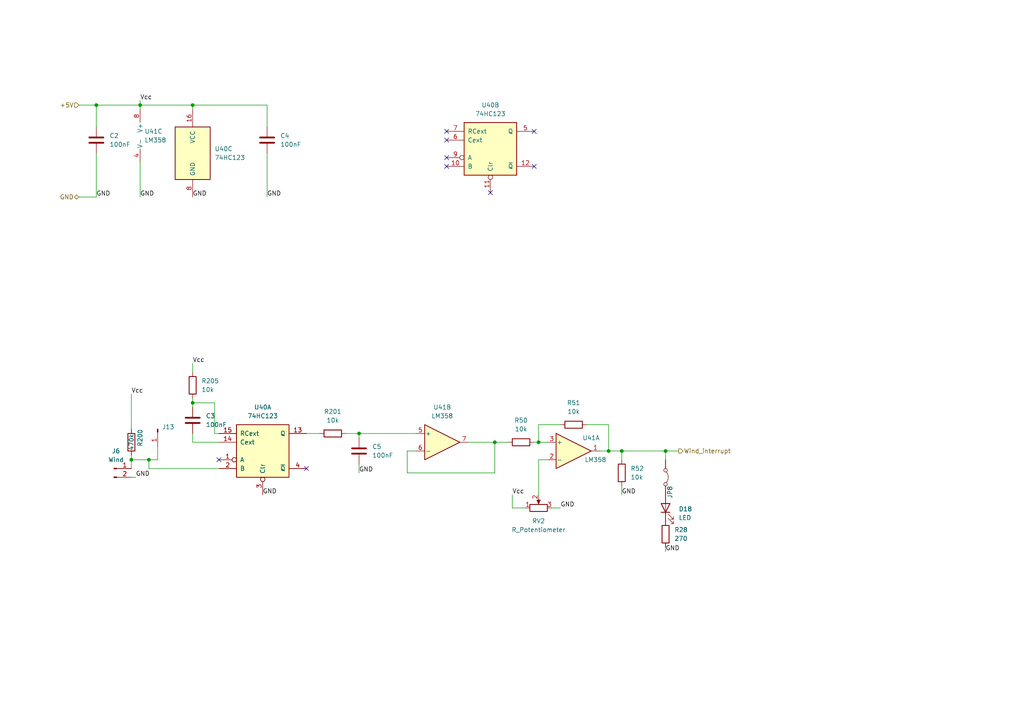
<source format=kicad_sch>
(kicad_sch (version 20231120) (generator "eeschema") (generator_version "8.0")
  (paper "A4")
  (title_block (title "Wind handler") (date "2024-04-17") (rev "1.0"))
  (lib_symbols
    (symbol "74xx:74HC123" (pin_names (offset 1.016))
      (property "Reference" "U" (at -7.62 8.89 0))
      (property "Value" "74HC123" (at -7.62 -8.89 0))
      (symbol "74HC123_1_0"
        (pin input inverted (at -12.7 -2.54 0) (length 5.08) (name "A") (number "1"))
        (pin output line (at 12.7 5.08 180) (length 5.08) (name "Q") (number "13"))
        (pin input line (at -12.7 2.54 0) (length 5.08) (name "Cext") (number "14"))
        (pin input line (at -12.7 5.08 0) (length 5.08) (name "RCext") (number "15"))
        (pin input line (at -12.7 -5.08 0) (length 5.08) (name "B") (number "2"))
        (pin input inverted (at 0 -12.7 90) (length 5.08) (name "Clr") (number "3"))
        (pin output line (at 12.7 -5.08 180) (length 5.08) (name "~{Q}") (number "4"))
      )
      (symbol "74HC123_1_1"
        (rectangle (start -7.62 7.62) (end 7.62 -7.62) (stroke (width 0.254)) (fill (type background)))
      )
      (symbol "74HC123_2_0"
        (pin input line (at -12.7 -5.08 0) (length 5.08) (name "B") (number "10"))
        (pin input inverted (at 0 -12.7 90) (length 5.08) (name "Clr") (number "11"))
        (pin output line (at 12.7 -5.08 180) (length 5.08) (name "~{Q}") (number "12"))
        (pin output line (at 12.7 5.08 180) (length 5.08) (name "Q") (number "5"))
        (pin input line (at -12.7 2.54 0) (length 5.08) (name "Cext") (number "6"))
        (pin input line (at -12.7 5.08 0) (length 5.08) (name "RCext") (number "7"))
        (pin input inverted (at -12.7 -2.54 0) (length 5.08) (name "A") (number "9"))
      )
      (symbol "74HC123_2_1"
        (rectangle (start -7.62 7.62) (end 7.62 -7.62) (stroke (width 0.254)) (fill (type background)))
      )
      (symbol "74HC123_3_0"
        (pin power_in line (at 0 12.7 270) (length 5.08) (name "VCC") (number "16"))
        (pin power_in line (at 0 -12.7 90) (length 5.08) (name "GND") (number "8"))
      )
      (symbol "74HC123_3_1"
        (rectangle (start -5.08 7.62) (end 5.08 -7.62) (stroke (width 0.254)) (fill (type background)))
      )
    )
    (symbol "Amplifier_Operational:LM358" (pin_names (offset 0.127))
      (property "Reference" "U" (at 0 5.08 0))
      (property "Value" "LM358" (at 0 -5.08 0))
      (symbol "LM358_1_1"
        (polyline (pts (xy -5.08 5.08) (xy 5.08 0) (xy -5.08 -5.08) (xy -5.08 5.08)) (stroke (width 0.254)) (fill (type background)))
        (pin output line (at 7.62 0 180) (length 2.54) (name "~") (number "1"))
        (pin input line (at -7.62 -2.54 0) (length 2.54) (name "-") (number "2"))
        (pin input line (at -7.62 2.54 0) (length 2.54) (name "+") (number "3"))
      )
      (symbol "LM358_2_1"
        (polyline (pts (xy -5.08 5.08) (xy 5.08 0) (xy -5.08 -5.08) (xy -5.08 5.08)) (stroke (width 0.254)) (fill (type background)))
        (pin input line (at -7.62 2.54 0) (length 2.54) (name "+") (number "5"))
        (pin input line (at -7.62 -2.54 0) (length 2.54) (name "-") (number "6"))
        (pin output line (at 7.62 0 180) (length 2.54) (name "~") (number "7"))
      )
      (symbol "LM358_3_1"
        (pin power_in line (at -2.54 -7.62 90) (length 3.81) (name "V-") (number "4"))
        (pin power_in line (at -2.54 7.62 270) (length 3.81) (name "V+") (number "8"))
      )
    )
    (symbol "Connector:Conn_01x01_Pin" (pin_names (offset 1.016) hide)
      (property "Reference" "J" (at 0 2.54 0))
      (property "Value" "Conn_01x01_Pin" (at 0 -2.54 0))
      (symbol "Conn_01x01_Pin_1_1"
        (polyline (pts (xy 1.27 0) (xy 0.8636 0)) (stroke (width 0.1524)))
        (rectangle (start 0.8636 0.127) (end 0 -0.127) (stroke (width 0.1524)) (fill (type outline)))
        (pin passive line (at 5.08 0 180) (length 3.81) (name "Pin_1") (number "1"))
      )
    )
    (symbol "Connector:Conn_01x02_Pin" (pin_names (offset 1.016) hide)
      (property "Reference" "J" (at 0 2.54 0))
      (property "Value" "Conn_01x02_Pin" (at 0 -5.08 0))
      (symbol "Conn_01x02_Pin_1_1"
        (polyline (pts (xy 1.27 -2.54) (xy 0.8636 -2.54)) (stroke (width 0.1524)))
        (polyline (pts (xy 1.27 0) (xy 0.8636 0)) (stroke (width 0.1524)))
        (rectangle (start 0.8636 -2.413) (end 0 -2.667) (stroke (width 0.1524)) (fill (type outline)))
        (rectangle (start 0.8636 0.127) (end 0 -0.127) (stroke (width 0.1524)) (fill (type outline)))
        (pin passive line (at 5.08 0 180) (length 3.81) (name "Pin_1") (number "1"))
        (pin passive line (at 5.08 -2.54 180) (length 3.81) (name "Pin_2") (number "2"))
      )
    )
    (symbol "Device:C" (pin_numbers hide) (pin_names (offset 0.254))
      (property "Reference" "C" (at 0.635 2.54 0))
      (property "Value" "C" (at 0.635 -2.54 0))
      (symbol "C_0_1"
        (polyline (pts (xy -2.032 -0.762) (xy 2.032 -0.762)) (stroke (width 0.508)))
        (polyline (pts (xy -2.032 0.762) (xy 2.032 0.762)) (stroke (width 0.508)))
      )
      (symbol "C_1_1"
        (pin passive line (at 0 3.81 270) (length 2.794) (name "~") (number "1"))
        (pin passive line (at 0 -3.81 90) (length 2.794) (name "~") (number "2"))
      )
    )
    (symbol "Device:LED" (pin_numbers hide) (pin_names (offset 1.016) hide)
      (property "Reference" "D" (at 0 2.54 0))
      (property "Value" "LED" (at 0 -2.54 0))
      (symbol "LED_0_1"
        (polyline (pts (xy -1.27 -1.27) (xy -1.27 1.27)) (stroke (width 0.254)))
        (polyline (pts (xy -1.27 0) (xy 1.27 0)))
        (polyline (pts (xy 1.27 -1.27) (xy 1.27 1.27) (xy -1.27 0) (xy 1.27 -1.27)) (stroke (width 0.254)))
        (polyline (pts (xy -3.048 -0.762) (xy -4.572 -2.286) (xy -3.81 -2.286) (xy -4.572 -2.286) (xy -4.572 -1.524)))
        (polyline (pts (xy -1.778 -0.762) (xy -3.302 -2.286) (xy -2.54 -2.286) (xy -3.302 -2.286) (xy -3.302 -1.524)))
      )
      (symbol "LED_1_1"
        (pin passive line (at -3.81 0 0) (length 2.54) (name "K") (number "1"))
        (pin passive line (at 3.81 0 180) (length 2.54) (name "A") (number "2"))
      )
    )
    (symbol "Device:R" (pin_numbers hide) (pin_names (offset 0))
      (property "Reference" "R" (at 2.032 0 90))
      (property "Value" "R" (at 0 0 90))
      (symbol "R_0_1"
        (rectangle (start -1.016 -2.54) (end 1.016 2.54) (stroke (width 0.254)))
      )
      (symbol "R_1_1"
        (pin passive line (at 0 3.81 270) (length 1.27) (name "~") (number "1"))
        (pin passive line (at 0 -3.81 90) (length 1.27) (name "~") (number "2"))
      )
    )
    (symbol "Device:R_Potentiometer" (pin_names (offset 1.016) hide)
      (property "Reference" "RV" (at -4.445 0 90))
      (property "Value" "R_Potentiometer" (at -2.54 0 90))
      (symbol "R_Potentiometer_0_1"
        (polyline (pts (xy 2.54 0) (xy 1.524 0)))
        (polyline (pts (xy 1.143 0) (xy 2.286 0.508) (xy 2.286 -0.508) (xy 1.143 0)) (fill (type outline)))
        (rectangle (start 1.016 2.54) (end -1.016 -2.54) (stroke (width 0.254)))
      )
      (symbol "R_Potentiometer_1_1"
        (pin passive line (at 0 3.81 270) (length 1.27) (name "1") (number "1"))
        (pin passive line (at 3.81 0 180) (length 1.27) (name "2") (number "2"))
        (pin passive line (at 0 -3.81 90) (length 1.27) (name "3") (number "3"))
      )
    )
    (symbol "Jumper:Jumper_2_Bridged" (pin_numbers hide) (pin_names (offset 0) hide) (exclude_from_sim yes)
      (property "Reference" "JP" (at 0 1.905 0))
      (property "Value" "Jumper_2_Bridged" (at 0 -2.54 0))
      (symbol "Jumper_2_Bridged_0_0"
        (circle (center -2.032 0) (radius 0.508))
        (circle (center 2.032 0) (radius 0.508))
      )
      (symbol "Jumper_2_Bridged_0_1"
        (arc (start 1.524 0.254) (mid 0 0.762) (end -1.524 0.254))
      )
      (symbol "Jumper_2_Bridged_1_1"
        (pin passive line (at -5.08 0 0) (length 2.54) (name "A") (number "1"))
        (pin passive line (at 5.08 0 180) (length 2.54) (name "B") (number "2"))
      )
    )
  )
  (junction (at 156.21 128.27))
  (junction (at 55.88 30.48))
  (junction (at 43.18 133.35))
  (junction (at 180.34 130.81))
  (junction (at 55.88 116.84))
  (junction (at 104.14 125.73))
  (junction (at 193.04 130.81))
  (junction (at 38.1 133.35))
  (junction (at 40.64 30.48))
  (junction (at 27.94 30.48))
  (junction (at 176.53 130.81))
  (junction (at 143.51 128.27))
  (no_connect (at 129.54 38.1))
  (no_connect (at 142.24 55.88))
  (no_connect (at 154.94 48.26))
  (no_connect (at 154.94 38.1))
  (no_connect (at 129.54 40.64))
  (no_connect (at 129.54 48.26))
  (no_connect (at 88.9 135.89))
  (no_connect (at 129.54 45.72))
  (no_connect (at 63.5 133.35))
  (wire (pts (xy 143.51 128.27) (xy 147.32 128.27)))
  (wire (pts (xy 148.59 147.32) (xy 152.4 147.32)))
  (wire (pts (xy 176.53 123.19) (xy 176.53 130.81)))
  (wire (pts (xy 104.14 125.73) (xy 120.65 125.73)))
  (wire (pts (xy 104.14 125.73) (xy 104.14 127)))
  (wire (pts (xy 120.65 130.81) (xy 118.11 130.81)))
  (wire (pts (xy 162.56 123.19) (xy 156.21 123.19)))
  (wire (pts (xy 55.88 31.75) (xy 55.88 30.48)))
  (wire (pts (xy 43.18 133.35) (xy 45.72 133.35)))
  (wire (pts (xy 193.04 158.75) (xy 193.04 160.02)))
  (wire (pts (xy 40.64 30.48) (xy 55.88 30.48)))
  (wire (pts (xy 143.51 137.16) (xy 143.51 128.27)))
  (wire (pts (xy 118.11 130.81) (xy 118.11 137.16)))
  (wire (pts (xy 38.1 133.35) (xy 43.18 133.35)))
  (wire (pts (xy 180.34 133.35) (xy 180.34 130.81)))
  (wire (pts (xy 27.94 44.45) (xy 27.94 57.15)))
  (wire (pts (xy 55.88 105.41) (xy 55.88 107.95)))
  (wire (pts (xy 38.1 133.35) (xy 38.1 135.89)))
  (wire (pts (xy 55.88 115.57) (xy 55.88 116.84)))
  (wire (pts (xy 156.21 123.19) (xy 156.21 128.27)))
  (wire (pts (xy 77.47 44.45) (xy 77.47 57.15)))
  (wire (pts (xy 180.34 130.81) (xy 193.04 130.81)))
  (wire (pts (xy 38.1 132.08) (xy 38.1 133.35)))
  (wire (pts (xy 143.51 128.27) (xy 135.89 128.27)))
  (wire (pts (xy 62.23 125.73) (xy 62.23 116.84)))
  (wire (pts (xy 22.86 57.15) (xy 27.94 57.15)))
  (wire (pts (xy 170.18 123.19) (xy 176.53 123.19)))
  (wire (pts (xy 55.88 116.84) (xy 62.23 116.84)))
  (wire (pts (xy 173.99 130.81) (xy 176.53 130.81)))
  (wire (pts (xy 38.1 138.43) (xy 39.37 138.43)))
  (wire (pts (xy 118.11 137.16) (xy 143.51 137.16)))
  (wire (pts (xy 104.14 134.62) (xy 104.14 137.16)))
  (wire (pts (xy 45.72 129.54) (xy 45.72 133.35)))
  (wire (pts (xy 40.64 30.48) (xy 40.64 31.75)))
  (wire (pts (xy 100.33 125.73) (xy 104.14 125.73)))
  (wire (pts (xy 160.02 147.32) (xy 162.56 147.32)))
  (wire (pts (xy 55.88 30.48) (xy 77.47 30.48)))
  (wire (pts (xy 158.75 133.35) (xy 156.21 133.35)))
  (wire (pts (xy 55.88 125.73) (xy 55.88 128.27)))
  (wire (pts (xy 63.5 128.27) (xy 55.88 128.27)))
  (wire (pts (xy 193.04 130.81) (xy 193.04 133.35)))
  (wire (pts (xy 156.21 133.35) (xy 156.21 143.51)))
  (wire (pts (xy 180.34 140.97) (xy 180.34 143.51)))
  (wire (pts (xy 55.88 116.84) (xy 55.88 118.11)))
  (wire (pts (xy 156.21 128.27) (xy 158.75 128.27)))
  (wire (pts (xy 43.18 135.89) (xy 43.18 133.35)))
  (wire (pts (xy 40.64 29.21) (xy 40.64 30.48)))
  (wire (pts (xy 22.86 30.48) (xy 27.94 30.48)))
  (wire (pts (xy 27.94 30.48) (xy 27.94 36.83)))
  (wire (pts (xy 88.9 125.73) (xy 92.71 125.73)))
  (wire (pts (xy 77.47 36.83) (xy 77.47 30.48)))
  (wire (pts (xy 148.59 143.51) (xy 148.59 147.32)))
  (wire (pts (xy 154.94 128.27) (xy 156.21 128.27)))
  (wire (pts (xy 176.53 130.81) (xy 180.34 130.81)))
  (wire (pts (xy 63.5 125.73) (xy 62.23 125.73)))
  (wire (pts (xy 193.04 130.81) (xy 196.85 130.81)))
  (wire (pts (xy 63.5 135.89) (xy 43.18 135.89)))
  (wire (pts (xy 27.94 30.48) (xy 40.64 30.48)))
  (wire (pts (xy 40.64 46.99) (xy 40.64 57.15)))
  (wire (pts (xy 38.1 114.3) (xy 38.1 124.46)))
  (label "GND" (at 180.34 143.51 0))
  (label "GND" (at 27.94 57.15 0))
  (label "GND" (at 104.14 137.16 0))
  (label "GND" (at 55.88 57.15 0))
  (label "GND" (at 162.56 147.32 0))
  (label "Vcc" (at 55.88 105.41 0))
  (label "GND" (at 77.47 57.15 0))
  (label "GND" (at 76.2 143.51 0))
  (label "GND" (at 193.04 160.02 0))
  (label "Vcc" (at 40.64 29.21 0))
  (label "GND" (at 39.37 138.43 0))
  (label "GND" (at 40.64 57.15 0))
  (label "Vcc" (at 148.59 143.51 0))
  (label "Vcc" (at 38.1 114.3 0))
  (hierarchical_label "Wind_interrupt" (shape output) (at 196.85 130.81 0))
  (hierarchical_label "GND" (shape bidirectional) (at 22.86 57.15 180))
  (hierarchical_label "+5V" (shape input) (at 22.86 30.48 180))
  (symbol (lib_id "74xx:74HC123") (at 55.88 44.45 0) (unit 3)
    (property "Reference" "U40" (at 62.23 43.1799 0) (effects (justify left)))
    (property "Value" "74HC123" (at 62.23 45.7199 0) (effects (justify left)))
    (property "Footprint" "Package_DIP:DIP-16_W7.62mm_Socket" (effects (hide yes)))
    (property "Datasheet" "https://assets.nexperia.com/documents/data-sheet/74HC_HCT123.pdf" (effects (hide yes)))
    (property "Description" "Dual retriggerable monostable multivibrator" (effects (hide yes)))
  )
  (symbol (lib_id "Device:LED") (at 193.04 147.32 90) (unit 1)
    (property "Reference" "D18" (at 196.85 147.6375 90) (effects (justify right)))
    (property "Value" "LED" (at 196.85 150.1775 90) (effects (justify right)))
    (property "Footprint" "LED_THT:LED_D3.0mm" (effects (hide yes)))
  )
  (symbol (lib_id "74xx:74HC123") (at 76.2 130.81 0) (unit 1)
    (property "Reference" "U40" (at 76.2 118.11 0))
    (property "Value" "74HC123" (at 76.2 120.65 0))
    (property "Footprint" "Package_DIP:DIP-16_W7.62mm_Socket" (effects (hide yes)))
    (property "Datasheet" "https://assets.nexperia.com/documents/data-sheet/74HC_HCT123.pdf" (effects (hide yes)))
    (property "Description" "Dual retriggerable monostable multivibrator" (effects (hide yes)))
  )
  (symbol (lib_id "Device:R") (at 96.52 125.73 90) (unit 1)
    (property "Reference" "R201" (at 96.52 119.38 90))
    (property "Value" "10k" (at 96.52 121.92 90))
    (property "Footprint" "Resistor_THT:R_Axial_DIN0207_L6.3mm_D2.5mm_P7.62mm_Horizontal" (effects (hide yes)))
  )
  (symbol (lib_id "Amplifier_Operational:LM358") (at 166.37 130.81 0) (unit 1)
    (property "Reference" "U41" (at 171.45 127 0))
    (property "Value" "LM358" (at 172.72 133.35 0))
    (property "Footprint" "Package_DIP:DIP-8_W7.62mm_Socket" (effects (hide yes)))
    (property "Datasheet" "http://www.ti.com/lit/ds/symlink/lm2904-n.pdf" (effects (hide yes)))
  )
  (symbol (lib_id "Device:R_Potentiometer") (at 156.21 147.32 90) (unit 1)
    (property "Reference" "RV2" (at 156.21 151.13 90))
    (property "Value" "R_Potentiometer" (at 156.21 153.67 90))
    (property "Footprint" "Potentiometer_THT:Potentiometer_Bourns_3266Y_Vertical" (effects (hide yes)))
  )
  (symbol (lib_id "Device:C") (at 55.88 121.92 0) (unit 1)
    (property "Reference" "C3" (at 59.69 120.65 0) (effects (justify left)))
    (property "Value" "100nF" (at 59.69 123.19 0) (effects (justify left)))
    (property "Footprint" "Capacitor_SMD:C_0603_1608Metric" (effects (hide yes)))
  )
  (symbol (lib_id "Device:C") (at 77.47 40.64 0) (unit 1)
    (property "Reference" "C4" (at 81.28 39.37 0) (effects (justify left)))
    (property "Value" "100nF" (at 81.28 41.91 0) (effects (justify left)))
    (property "Footprint" "Capacitor_THT:C_Radial_D5.0mm_H11.0mm_P2.00mm" (effects (hide yes)))
  )
  (symbol (lib_id "Jumper:Jumper_2_Bridged") (at 193.04 138.43 270) (unit 1) (exclude_from_sim yes)
    (property "Reference" "JP8" (at 194.31 142.748 0))
    (property "Value" "Jumper" (effects (hide yes)))
    (property "Footprint" "Connector_PinHeader_2.54mm:PinHeader_1x02_P2.54mm_Vertical" (effects (hide yes)))
    (property "Description" "Jumper, 2-pole, closed/bridged" (effects (hide yes)))
  )
  (symbol (lib_id "Device:R") (at 166.37 123.19 90) (unit 1)
    (property "Reference" "R51" (at 166.37 116.84 90))
    (property "Value" "10k" (at 166.37 119.38 90))
    (property "Footprint" "Resistor_THT:R_Axial_DIN0207_L6.3mm_D2.5mm_P7.62mm_Horizontal" (effects (hide yes)))
  )
  (symbol (lib_id "Device:R") (at 193.04 154.94 0) (unit 1)
    (property "Reference" "R28" (at 195.58 153.67 0) (effects (justify left)))
    (property "Value" "270" (at 195.58 156.21 0) (effects (justify left)))
    (property "Footprint" "Resistor_THT:R_Axial_DIN0207_L6.3mm_D2.5mm_P7.62mm_Horizontal" (effects (hide yes)))
  )
  (symbol (lib_id "Device:C") (at 27.94 40.64 0) (unit 1)
    (property "Reference" "C2" (at 31.75 39.37 0) (effects (justify left)))
    (property "Value" "100nF" (at 31.75 41.91 0) (effects (justify left)))
    (property "Footprint" "Capacitor_THT:C_Radial_D5.0mm_H11.0mm_P2.00mm" (effects (hide yes)))
  )
  (symbol (lib_id "Device:R") (at 180.34 137.16 180) (unit 1)
    (property "Reference" "R52" (at 182.88 135.8899 0) (effects (justify right)))
    (property "Value" "10k" (at 182.88 138.4299 0) (effects (justify right)))
    (property "Footprint" "Resistor_THT:R_Axial_DIN0207_L6.3mm_D2.5mm_P7.62mm_Horizontal" (effects (hide yes)))
  )
  (symbol (lib_id "Connector:Conn_01x01_Pin") (at 45.72 124.46 270) (unit 1)
    (property "Reference" "J13" (at 46.99 123.8249 90) (effects (justify left)))
    (property "Value" "RAW_data_Wind" (effects (hide yes)))
    (property "Footprint" "Connector_PinHeader_2.54mm:PinHeader_1x01_P2.54mm_Vertical" (effects (hide yes)))
    (property "Description" "Generic connector, single row, 01x01, script generated" (effects (hide yes)))
  )
  (symbol (lib_id "Device:R") (at 55.88 111.76 0) (unit 1)
    (property "Reference" "R205" (at 58.42 110.4899 0) (effects (justify left)))
    (property "Value" "10k" (at 58.42 113.0299 0) (effects (justify left)))
    (property "Footprint" "Resistor_THT:R_Axial_DIN0207_L6.3mm_D2.5mm_P7.62mm_Horizontal" (effects (hide yes)))
  )
  (symbol (lib_id "Device:C") (at 104.14 130.81 0) (unit 1)
    (property "Reference" "C5" (at 107.95 129.54 0) (effects (justify left)))
    (property "Value" "100nF" (at 107.95 132.08 0) (effects (justify left)))
    (property "Footprint" "Capacitor_SMD:C_0603_1608Metric" (effects (hide yes)))
  )
  (symbol (lib_id "Amplifier_Operational:LM358") (at 128.27 128.27 0) (unit 2)
    (property "Reference" "U41" (at 128.27 118.11 0))
    (property "Value" "LM358" (at 128.27 120.65 0))
    (property "Footprint" "Package_DIP:DIP-8_W7.62mm_Socket" (effects (hide yes)))
    (property "Datasheet" "http://www.ti.com/lit/ds/symlink/lm2904-n.pdf" (effects (hide yes)))
    (property "Description" "Low-Power, Dual Operational Amplifiers, DIP-8/SOIC-8/TO-99-8" (effects (hide yes)))
  )
  (symbol (lib_id "Connector:Conn_01x02_Pin") (at 33.02 135.89 0) (unit 1)
    (property "Reference" "J6" (at 33.655 130.81 0))
    (property "Value" "Wind" (at 33.655 133.35 0))
    (property "Footprint" "TerminalBlock_Phoenix:TerminalBlock_Phoenix_MPT-0,5-2-2.54_1x02_P2.54mm_Horizontal" (effects (hide yes)))
  )
  (symbol (lib_id "Device:R") (at 151.13 128.27 90) (unit 1)
    (property "Reference" "R50" (at 151.13 121.92 90))
    (property "Value" "10k" (at 151.13 124.46 90))
    (property "Footprint" "Resistor_THT:R_Axial_DIN0207_L6.3mm_D2.5mm_P7.62mm_Horizontal" (effects (hide yes)))
  )
  (symbol (lib_id "Device:R") (at 38.1 128.27 0) (unit 1)
    (property "Reference" "R200" (at 40.64 127 90))
    (property "Value" "470k" (at 38.1 128.27 90))
    (property "Footprint" "Resistor_THT:R_Axial_DIN0207_L6.3mm_D2.5mm_P7.62mm_Horizontal" (effects (hide yes)))
  )
  (symbol (lib_id "Amplifier_Operational:LM358") (at 43.18 39.37 0) (unit 3)
    (property "Reference" "U41" (at 41.91 38.0999 0) (effects (justify left)))
    (property "Value" "LM358" (at 41.91 40.6399 0) (effects (justify left)))
    (property "Footprint" "Package_DIP:DIP-8_W7.62mm_Socket" (effects (hide yes)))
    (property "Datasheet" "http://www.ti.com/lit/ds/symlink/lm2904-n.pdf" (effects (hide yes)))
  )
  (symbol (lib_id "74xx:74HC123") (at 142.24 43.18 0) (unit 2)
    (property "Reference" "U40" (at 142.24 30.48 0))
    (property "Value" "74HC123" (at 142.24 33.02 0))
    (property "Footprint" "Package_DIP:DIP-16_W7.62mm_Socket" (effects (hide yes)))
    (property "Datasheet" "https://assets.nexperia.com/documents/data-sheet/74HC_HCT123.pdf" (effects (hide yes)))
    (property "Description" "Dual retriggerable monostable multivibrator" (effects (hide yes)))
  )
)
</source>
